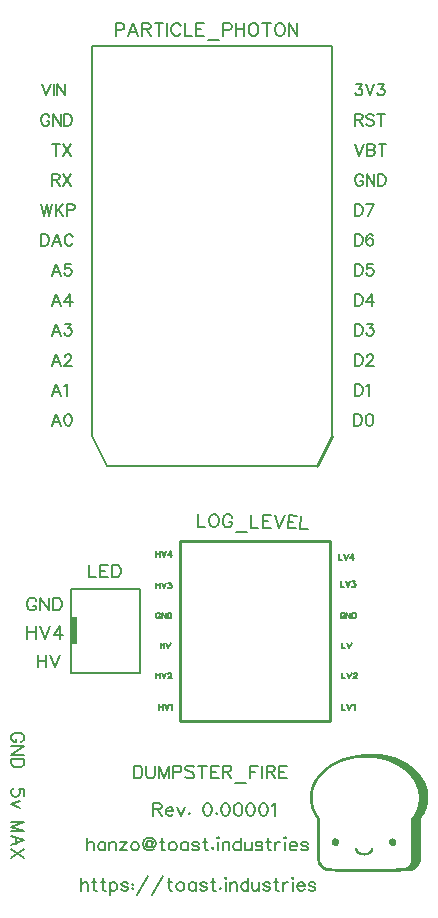
<source format=gto>
G04 Layer: TopSilkLayer*
G04 EasyEDA v6.3.53, 2020-06-18T19:39:47--4:00*
G04 e7e3e9cc35ab4c03949e4311758ff5c7,7c2c677999ea4ec384e77b3a21fa14ba,10*
G04 Gerber Generator version 0.2*
G04 Scale: 100 percent, Rotated: No, Reflected: No *
G04 Dimensions in millimeters *
G04 leading zeros omitted , absolute positions ,3 integer and 3 decimal *
%FSLAX33Y33*%
%MOMM*%
G90*
G71D02*

%ADD10C,0.254000*%
%ADD16C,0.127000*%
%ADD17C,0.203200*%
%ADD18C,0.151994*%
%ADD19C,0.152400*%
%ADD20C,0.144780*%

%LPD*%

%LPD*%
G36*
G01X32696Y14359D02*
G01X32583Y14359D01*
G01X32529Y14358D01*
G01X32478Y14356D01*
G01X32430Y14354D01*
G01X32385Y14351D01*
G01X32334Y14346D01*
G01X32280Y14341D01*
G01X32224Y14335D01*
G01X32166Y14329D01*
G01X32105Y14321D01*
G01X32042Y14313D01*
G01X31978Y14305D01*
G01X31913Y14296D01*
G01X31846Y14286D01*
G01X31708Y14266D01*
G01X31569Y14243D01*
G01X31499Y14232D01*
G01X31359Y14207D01*
G01X31289Y14195D01*
G01X31221Y14182D01*
G01X31153Y14170D01*
G01X31086Y14156D01*
G01X31020Y14144D01*
G01X30956Y14131D01*
G01X30894Y14118D01*
G01X30833Y14105D01*
G01X30775Y14092D01*
G01X30718Y14079D01*
G01X30665Y14067D01*
G01X30614Y14054D01*
G01X30566Y14042D01*
G01X30522Y14030D01*
G01X30481Y14018D01*
G01X30443Y14007D01*
G01X30380Y13987D01*
G01X30317Y13966D01*
G01X30254Y13944D01*
G01X30192Y13922D01*
G01X30131Y13898D01*
G01X30069Y13875D01*
G01X30008Y13850D01*
G01X29888Y13798D01*
G01X29828Y13771D01*
G01X29769Y13744D01*
G01X29711Y13716D01*
G01X29653Y13687D01*
G01X29596Y13658D01*
G01X29539Y13627D01*
G01X29482Y13597D01*
G01X29317Y13501D01*
G01X29263Y13467D01*
G01X29157Y13399D01*
G01X29105Y13364D01*
G01X29003Y13292D01*
G01X28952Y13255D01*
G01X28854Y13181D01*
G01X28758Y13103D01*
G01X28712Y13064D01*
G01X28666Y13024D01*
G01X28621Y12984D01*
G01X28576Y12943D01*
G01X28532Y12902D01*
G01X28489Y12860D01*
G01X28447Y12818D01*
G01X28405Y12775D01*
G01X28365Y12733D01*
G01X28325Y12689D01*
G01X28247Y12601D01*
G01X28210Y12556D01*
G01X28138Y12466D01*
G01X28103Y12420D01*
G01X28069Y12374D01*
G01X28036Y12327D01*
G01X28004Y12280D01*
G01X27973Y12233D01*
G01X27942Y12185D01*
G01X27913Y12138D01*
G01X27884Y12090D01*
G01X27856Y12041D01*
G01X27830Y11992D01*
G01X27804Y11944D01*
G01X27779Y11894D01*
G01X27756Y11845D01*
G01X27733Y11795D01*
G01X27711Y11745D01*
G01X27691Y11695D01*
G01X27671Y11644D01*
G01X27652Y11594D01*
G01X27635Y11543D01*
G01X27617Y11487D01*
G01X27600Y11434D01*
G01X27585Y11382D01*
G01X27573Y11332D01*
G01X27561Y11283D01*
G01X27551Y11234D01*
G01X27542Y11185D01*
G01X27535Y11134D01*
G01X27529Y11082D01*
G01X27524Y11027D01*
G01X27520Y10969D01*
G01X27517Y10907D01*
G01X27515Y10842D01*
G01X27513Y10771D01*
G01X27513Y10612D01*
G01X27514Y10535D01*
G01X27516Y10460D01*
G01X27519Y10388D01*
G01X27523Y10318D01*
G01X27529Y10250D01*
G01X27535Y10183D01*
G01X27543Y10119D01*
G01X27552Y10056D01*
G01X27563Y9994D01*
G01X27575Y9934D01*
G01X27589Y9875D01*
G01X27604Y9816D01*
G01X27621Y9757D01*
G01X27639Y9699D01*
G01X27660Y9642D01*
G01X27681Y9584D01*
G01X27705Y9527D01*
G01X27731Y9468D01*
G01X27759Y9410D01*
G01X27788Y9350D01*
G01X27820Y9290D01*
G01X27853Y9229D01*
G01X27889Y9166D01*
G01X27926Y9102D01*
G01X28104Y8808D01*
G01X28104Y6880D01*
G01X28105Y6784D01*
G01X28105Y6691D01*
G01X28106Y6600D01*
G01X28106Y6511D01*
G01X28107Y6425D01*
G01X28108Y6340D01*
G01X28109Y6259D01*
G01X28110Y6179D01*
G01X28111Y6102D01*
G01X28112Y6028D01*
G01X28114Y5956D01*
G01X28115Y5887D01*
G01X28117Y5821D01*
G01X28119Y5757D01*
G01X28121Y5696D01*
G01X28122Y5638D01*
G01X28124Y5583D01*
G01X28127Y5531D01*
G01X28129Y5481D01*
G01X28132Y5435D01*
G01X28134Y5392D01*
G01X28136Y5352D01*
G01X28139Y5316D01*
G01X28142Y5282D01*
G01X28144Y5252D01*
G01X28147Y5225D01*
G01X28150Y5201D01*
G01X28153Y5181D01*
G01X28156Y5164D01*
G01X28159Y5151D01*
G01X28175Y5107D01*
G01X28197Y5058D01*
G01X28226Y5004D01*
G01X28260Y4948D01*
G01X28297Y4891D01*
G01X28338Y4835D01*
G01X28380Y4782D01*
G01X28424Y4734D01*
G01X28439Y4717D01*
G01X28469Y4685D01*
G01X28497Y4655D01*
G01X28525Y4627D01*
G01X28553Y4601D01*
G01X28581Y4577D01*
G01X28611Y4554D01*
G01X28642Y4533D01*
G01X28659Y4523D01*
G01X28677Y4514D01*
G01X28695Y4504D01*
G01X28714Y4496D01*
G01X28735Y4487D01*
G01X28756Y4479D01*
G01X28778Y4471D01*
G01X28802Y4464D01*
G01X28827Y4457D01*
G01X28853Y4450D01*
G01X28881Y4443D01*
G01X28911Y4437D01*
G01X28942Y4432D01*
G01X28975Y4426D01*
G01X29010Y4421D01*
G01X29046Y4416D01*
G01X29085Y4411D01*
G01X29126Y4407D01*
G01X29169Y4403D01*
G01X29214Y4399D01*
G01X29261Y4395D01*
G01X29311Y4392D01*
G01X29363Y4389D01*
G01X29418Y4386D01*
G01X29476Y4383D01*
G01X29536Y4380D01*
G01X29599Y4378D01*
G01X29665Y4375D01*
G01X29734Y4373D01*
G01X29806Y4372D01*
G01X29881Y4370D01*
G01X29960Y4368D01*
G01X30041Y4367D01*
G01X30126Y4366D01*
G01X30215Y4365D01*
G01X30307Y4364D01*
G01X30403Y4363D01*
G01X30502Y4362D01*
G01X30606Y4362D01*
G01X30713Y4361D01*
G01X30824Y4361D01*
G01X30940Y4360D01*
G01X31183Y4360D01*
G01X31311Y4359D01*
G01X32964Y4359D01*
G01X33075Y4360D01*
G01X33395Y4360D01*
G01X33498Y4361D01*
G01X33698Y4361D01*
G01X33795Y4362D01*
G01X33889Y4362D01*
G01X33982Y4363D01*
G01X34073Y4363D01*
G01X34161Y4364D01*
G01X34248Y4364D01*
G01X34333Y4365D01*
G01X34415Y4365D01*
G01X34496Y4366D01*
G01X34574Y4367D01*
G01X34651Y4367D01*
G01X34726Y4368D01*
G01X34799Y4369D01*
G01X34869Y4370D01*
G01X34938Y4371D01*
G01X35004Y4372D01*
G01X35069Y4373D01*
G01X35131Y4374D01*
G01X35192Y4375D01*
G01X35251Y4376D01*
G01X35307Y4377D01*
G01X35362Y4378D01*
G01X35414Y4379D01*
G01X35465Y4380D01*
G01X35514Y4382D01*
G01X35561Y4383D01*
G01X35605Y4385D01*
G01X35647Y4386D01*
G01X35688Y4387D01*
G01X35727Y4389D01*
G01X35764Y4390D01*
G01X35798Y4392D01*
G01X35831Y4393D01*
G01X35862Y4395D01*
G01X35890Y4396D01*
G01X35917Y4398D01*
G01X35942Y4399D01*
G01X35965Y4401D01*
G01X35986Y4403D01*
G01X36005Y4405D01*
G01X36021Y4406D01*
G01X36036Y4408D01*
G01X36049Y4410D01*
G01X36060Y4412D01*
G01X36069Y4414D01*
G01X36125Y4430D01*
G01X36181Y4450D01*
G01X36237Y4473D01*
G01X36291Y4500D01*
G01X36343Y4530D01*
G01X36395Y4563D01*
G01X36445Y4599D01*
G01X36493Y4639D01*
G01X36540Y4681D01*
G01X36585Y4725D01*
G01X36627Y4772D01*
G01X36667Y4821D01*
G01X36705Y4873D01*
G01X36740Y4927D01*
G01X36772Y4982D01*
G01X36801Y5039D01*
G01X36812Y5062D01*
G01X36822Y5085D01*
G01X36832Y5106D01*
G01X36841Y5127D01*
G01X36849Y5149D01*
G01X36856Y5170D01*
G01X36864Y5193D01*
G01X36871Y5217D01*
G01X36877Y5242D01*
G01X36882Y5269D01*
G01X36887Y5298D01*
G01X36892Y5330D01*
G01X36897Y5365D01*
G01X36900Y5404D01*
G01X36904Y5445D01*
G01X36907Y5491D01*
G01X36910Y5542D01*
G01X36912Y5597D01*
G01X36914Y5658D01*
G01X36916Y5724D01*
G01X36917Y5795D01*
G01X36918Y5874D01*
G01X36919Y5958D01*
G01X36920Y6050D01*
G01X36921Y6148D01*
G01X36922Y6255D01*
G01X36922Y6625D01*
G01X36923Y6766D01*
G01X36923Y8858D01*
G01X37100Y9153D01*
G01X37138Y9217D01*
G01X37173Y9279D01*
G01X37206Y9340D01*
G01X37238Y9400D01*
G01X37267Y9458D01*
G01X37294Y9517D01*
G01X37320Y9575D01*
G01X37344Y9633D01*
G01X37365Y9690D01*
G01X37386Y9748D01*
G01X37404Y9806D01*
G01X37421Y9864D01*
G01X37436Y9923D01*
G01X37450Y9983D01*
G01X37462Y10044D01*
G01X37473Y10106D01*
G01X37482Y10169D01*
G01X37490Y10233D01*
G01X37497Y10300D01*
G01X37502Y10368D01*
G01X37507Y10438D01*
G01X37510Y10511D01*
G01X37512Y10586D01*
G01X37513Y10663D01*
G01X37513Y10763D01*
G01X37512Y10855D01*
G01X37509Y10940D01*
G01X37506Y11019D01*
G01X37501Y11091D01*
G01X37494Y11159D01*
G01X37486Y11222D01*
G01X37477Y11282D01*
G01X37465Y11339D01*
G01X37452Y11393D01*
G01X37437Y11446D01*
G01X37420Y11499D01*
G01X37400Y11554D01*
G01X37358Y11664D01*
G01X37335Y11719D01*
G01X37312Y11772D01*
G01X37288Y11826D01*
G01X37237Y11932D01*
G01X37211Y11984D01*
G01X37155Y12088D01*
G01X37126Y12139D01*
G01X37096Y12189D01*
G01X37065Y12239D01*
G01X37033Y12289D01*
G01X37001Y12338D01*
G01X36968Y12387D01*
G01X36900Y12483D01*
G01X36864Y12530D01*
G01X36828Y12578D01*
G01X36791Y12624D01*
G01X36753Y12670D01*
G01X36715Y12715D01*
G01X36676Y12760D01*
G01X36635Y12804D01*
G01X36595Y12848D01*
G01X36554Y12891D01*
G01X36469Y12976D01*
G01X36425Y13018D01*
G01X36381Y13059D01*
G01X36291Y13139D01*
G01X36245Y13179D01*
G01X36198Y13218D01*
G01X36150Y13256D01*
G01X36103Y13294D01*
G01X36054Y13331D01*
G01X36004Y13368D01*
G01X35954Y13404D01*
G01X35852Y13474D01*
G01X35748Y13542D01*
G01X35695Y13575D01*
G01X35587Y13639D01*
G01X35477Y13701D01*
G01X35421Y13731D01*
G01X35307Y13789D01*
G01X35250Y13817D01*
G01X35191Y13844D01*
G01X35133Y13870D01*
G01X35073Y13896D01*
G01X35014Y13921D01*
G01X34953Y13946D01*
G01X34893Y13970D01*
G01X34832Y13993D01*
G01X34708Y14037D01*
G01X34582Y14079D01*
G01X34519Y14099D01*
G01X34454Y14117D01*
G01X34390Y14136D01*
G01X34260Y14170D01*
G01X34193Y14186D01*
G01X34127Y14201D01*
G01X33993Y14229D01*
G01X33926Y14242D01*
G01X33858Y14254D01*
G01X33799Y14264D01*
G01X33738Y14274D01*
G01X33675Y14283D01*
G01X33611Y14292D01*
G01X33546Y14300D01*
G01X33480Y14308D01*
G01X33346Y14322D01*
G01X33211Y14334D01*
G01X33144Y14339D01*
G01X33077Y14343D01*
G01X32945Y14351D01*
G01X32881Y14354D01*
G01X32818Y14356D01*
G01X32756Y14358D01*
G01X32696Y14359D01*
G37*

%LPC*%
G36*
G01X32165Y14016D02*
G01X32094Y14016D01*
G01X32023Y14015D01*
G01X31953Y14013D01*
G01X31884Y14011D01*
G01X31816Y14009D01*
G01X31748Y14005D01*
G01X31682Y14001D01*
G01X31617Y13996D01*
G01X31554Y13990D01*
G01X31492Y13984D01*
G01X31431Y13977D01*
G01X31372Y13970D01*
G01X31315Y13961D01*
G01X31260Y13952D01*
G01X31192Y13941D01*
G01X31124Y13927D01*
G01X31057Y13914D01*
G01X30991Y13900D01*
G01X30925Y13885D01*
G01X30793Y13853D01*
G01X30729Y13836D01*
G01X30601Y13800D01*
G01X30538Y13781D01*
G01X30475Y13761D01*
G01X30413Y13740D01*
G01X30351Y13720D01*
G01X30290Y13698D01*
G01X30230Y13675D01*
G01X30169Y13653D01*
G01X30051Y13605D01*
G01X29992Y13580D01*
G01X29934Y13554D01*
G01X29877Y13528D01*
G01X29821Y13502D01*
G01X29764Y13474D01*
G01X29654Y13418D01*
G01X29600Y13388D01*
G01X29546Y13359D01*
G01X29492Y13328D01*
G01X29440Y13298D01*
G01X29388Y13266D01*
G01X29337Y13234D01*
G01X29287Y13202D01*
G01X29237Y13169D01*
G01X29139Y13101D01*
G01X29091Y13066D01*
G01X29044Y13031D01*
G01X28952Y12959D01*
G01X28907Y12923D01*
G01X28862Y12885D01*
G01X28776Y12809D01*
G01X28692Y12731D01*
G01X28651Y12691D01*
G01X28611Y12651D01*
G01X28572Y12610D01*
G01X28534Y12569D01*
G01X28496Y12527D01*
G01X28459Y12485D01*
G01X28423Y12442D01*
G01X28353Y12356D01*
G01X28319Y12312D01*
G01X28286Y12268D01*
G01X28254Y12223D01*
G01X28223Y12178D01*
G01X28193Y12132D01*
G01X28135Y12040D01*
G01X28107Y11993D01*
G01X28080Y11946D01*
G01X28028Y11850D01*
G01X28004Y11802D01*
G01X27958Y11704D01*
G01X27936Y11654D01*
G01X27896Y11554D01*
G01X27877Y11504D01*
G01X27859Y11453D01*
G01X27842Y11402D01*
G01X27826Y11350D01*
G01X27813Y11304D01*
G01X27801Y11254D01*
G01X27790Y11200D01*
G01X27780Y11145D01*
G01X27772Y11087D01*
G01X27765Y11027D01*
G01X27759Y10965D01*
G01X27754Y10901D01*
G01X27746Y10771D01*
G01X27745Y10704D01*
G01X27744Y10638D01*
G01X27745Y10571D01*
G01X27746Y10505D01*
G01X27750Y10439D01*
G01X27754Y10374D01*
G01X27759Y10311D01*
G01X27765Y10248D01*
G01X27772Y10188D01*
G01X27780Y10131D01*
G01X27790Y10075D01*
G01X27801Y10022D01*
G01X27813Y9972D01*
G01X27826Y9925D01*
G01X27844Y9866D01*
G01X27865Y9806D01*
G01X27888Y9744D01*
G01X27913Y9680D01*
G01X27939Y9617D01*
G01X27967Y9553D01*
G01X27996Y9490D01*
G01X28025Y9428D01*
G01X28056Y9367D01*
G01X28086Y9309D01*
G01X28117Y9252D01*
G01X28148Y9198D01*
G01X28178Y9148D01*
G01X28208Y9102D01*
G01X28237Y9060D01*
G01X28265Y9023D01*
G01X28281Y9001D01*
G01X28288Y8990D01*
G01X28295Y8977D01*
G01X28302Y8963D01*
G01X28307Y8948D01*
G01X28313Y8931D01*
G01X28318Y8911D01*
G01X28323Y8890D01*
G01X28327Y8865D01*
G01X28331Y8838D01*
G01X28335Y8807D01*
G01X28339Y8773D01*
G01X28342Y8736D01*
G01X28344Y8693D01*
G01X28347Y8647D01*
G01X28349Y8596D01*
G01X28351Y8540D01*
G01X28353Y8479D01*
G01X28355Y8412D01*
G01X28356Y8340D01*
G01X28357Y8261D01*
G01X28358Y8176D01*
G01X28359Y8085D01*
G01X28360Y7986D01*
G01X28360Y7881D01*
G01X28361Y7767D01*
G01X28361Y7380D01*
G01X28362Y7233D01*
G01X28362Y5254D01*
G01X28490Y5039D01*
G01X28523Y4987D01*
G01X28560Y4939D01*
G01X28599Y4894D01*
G01X28642Y4851D01*
G01X28687Y4813D01*
G01X28736Y4778D01*
G01X28787Y4747D01*
G01X28841Y4718D01*
G01X28854Y4712D01*
G01X28878Y4702D01*
G01X28890Y4696D01*
G01X28903Y4691D01*
G01X28929Y4682D01*
G01X28943Y4677D01*
G01X28973Y4669D01*
G01X29007Y4661D01*
G01X29026Y4658D01*
G01X29046Y4654D01*
G01X29068Y4651D01*
G01X29092Y4648D01*
G01X29117Y4646D01*
G01X29144Y4643D01*
G01X29174Y4640D01*
G01X29205Y4638D01*
G01X29240Y4636D01*
G01X29277Y4633D01*
G01X29316Y4631D01*
G01X29358Y4629D01*
G01X29403Y4628D01*
G01X29451Y4626D01*
G01X29502Y4625D01*
G01X29556Y4623D01*
G01X29614Y4622D01*
G01X29676Y4621D01*
G01X29741Y4620D01*
G01X29810Y4619D01*
G01X29884Y4618D01*
G01X29961Y4617D01*
G01X30043Y4616D01*
G01X30128Y4616D01*
G01X30219Y4615D01*
G01X30314Y4615D01*
G01X30414Y4614D01*
G01X30630Y4614D01*
G01X30745Y4613D01*
G01X31262Y4613D01*
G01X31406Y4612D01*
G01X32455Y4612D01*
G01X32571Y4613D01*
G01X33011Y4613D01*
G01X33116Y4614D01*
G01X33318Y4614D01*
G01X33416Y4615D01*
G01X33512Y4615D01*
G01X33605Y4616D01*
G01X33697Y4616D01*
G01X33786Y4617D01*
G01X33872Y4617D01*
G01X33957Y4618D01*
G01X34039Y4619D01*
G01X34119Y4619D01*
G01X34197Y4620D01*
G01X34273Y4621D01*
G01X34346Y4622D01*
G01X34418Y4623D01*
G01X34487Y4624D01*
G01X34553Y4625D01*
G01X34618Y4626D01*
G01X34680Y4627D01*
G01X34740Y4628D01*
G01X34798Y4629D01*
G01X34853Y4630D01*
G01X34907Y4631D01*
G01X34958Y4632D01*
G01X35007Y4634D01*
G01X35054Y4636D01*
G01X35098Y4637D01*
G01X35140Y4638D01*
G01X35181Y4640D01*
G01X35219Y4641D01*
G01X35254Y4643D01*
G01X35287Y4644D01*
G01X35319Y4646D01*
G01X35348Y4647D01*
G01X35374Y4649D01*
G01X35398Y4651D01*
G01X35421Y4653D01*
G01X35441Y4654D01*
G01X35459Y4656D01*
G01X35474Y4658D01*
G01X35488Y4660D01*
G01X35499Y4662D01*
G01X35508Y4664D01*
G01X35514Y4666D01*
G01X35565Y4687D01*
G01X35615Y4714D01*
G01X35666Y4746D01*
G01X35716Y4782D01*
G01X35765Y4821D01*
G01X35812Y4864D01*
G01X35858Y4909D01*
G01X35900Y4957D01*
G01X35938Y5006D01*
G01X35973Y5056D01*
G01X36003Y5105D01*
G01X36027Y5155D01*
G01X36032Y5168D01*
G01X36037Y5183D01*
G01X36042Y5199D01*
G01X36046Y5218D01*
G01X36050Y5239D01*
G01X36054Y5262D01*
G01X36058Y5288D01*
G01X36062Y5316D01*
G01X36065Y5347D01*
G01X36069Y5381D01*
G01X36071Y5417D01*
G01X36074Y5457D01*
G01X36077Y5500D01*
G01X36079Y5546D01*
G01X36081Y5596D01*
G01X36084Y5650D01*
G01X36085Y5707D01*
G01X36087Y5768D01*
G01X36089Y5833D01*
G01X36090Y5902D01*
G01X36092Y5976D01*
G01X36093Y6053D01*
G01X36094Y6135D01*
G01X36095Y6222D01*
G01X36095Y6313D01*
G01X36096Y6410D01*
G01X36097Y6512D01*
G01X36097Y6729D01*
G01X36098Y6847D01*
G01X36098Y8877D01*
G01X36283Y9176D01*
G01X36314Y9228D01*
G01X36345Y9281D01*
G01X36375Y9335D01*
G01X36403Y9387D01*
G01X36430Y9441D01*
G01X36456Y9495D01*
G01X36480Y9548D01*
G01X36503Y9602D01*
G01X36525Y9657D01*
G01X36547Y9711D01*
G01X36566Y9765D01*
G01X36585Y9820D01*
G01X36601Y9875D01*
G01X36618Y9929D01*
G01X36646Y10039D01*
G01X36670Y10149D01*
G01X36680Y10205D01*
G01X36689Y10260D01*
G01X36703Y10370D01*
G01X36708Y10425D01*
G01X36712Y10481D01*
G01X36715Y10536D01*
G01X36717Y10646D01*
G01X36716Y10702D01*
G01X36714Y10756D01*
G01X36711Y10811D01*
G01X36707Y10867D01*
G01X36701Y10921D01*
G01X36694Y10976D01*
G01X36686Y11031D01*
G01X36677Y11085D01*
G01X36667Y11139D01*
G01X36655Y11194D01*
G01X36643Y11248D01*
G01X36629Y11302D01*
G01X36614Y11355D01*
G01X36598Y11409D01*
G01X36581Y11463D01*
G01X36562Y11515D01*
G01X36542Y11569D01*
G01X36521Y11621D01*
G01X36499Y11674D01*
G01X36476Y11726D01*
G01X36452Y11778D01*
G01X36426Y11829D01*
G01X36400Y11881D01*
G01X36372Y11932D01*
G01X36343Y11983D01*
G01X36312Y12034D01*
G01X36281Y12083D01*
G01X36215Y12183D01*
G01X36180Y12232D01*
G01X36144Y12281D01*
G01X36107Y12329D01*
G01X36069Y12377D01*
G01X36029Y12425D01*
G01X35989Y12472D01*
G01X35947Y12519D01*
G01X35904Y12565D01*
G01X35862Y12609D01*
G01X35778Y12693D01*
G01X35735Y12735D01*
G01X35692Y12776D01*
G01X35648Y12816D01*
G01X35605Y12855D01*
G01X35561Y12894D01*
G01X35516Y12932D01*
G01X35471Y12969D01*
G01X35425Y13006D01*
G01X35379Y13042D01*
G01X35332Y13077D01*
G01X35286Y13111D01*
G01X35238Y13146D01*
G01X35191Y13179D01*
G01X35142Y13212D01*
G01X35094Y13244D01*
G01X35044Y13275D01*
G01X34995Y13306D01*
G01X34944Y13336D01*
G01X34894Y13365D01*
G01X34842Y13393D01*
G01X34790Y13422D01*
G01X34738Y13449D01*
G01X34632Y13503D01*
G01X34523Y13553D01*
G01X34468Y13578D01*
G01X34412Y13602D01*
G01X34356Y13625D01*
G01X34299Y13648D01*
G01X34183Y13692D01*
G01X34124Y13713D01*
G01X34064Y13734D01*
G01X34004Y13754D01*
G01X33882Y13792D01*
G01X33820Y13810D01*
G01X33757Y13828D01*
G01X33693Y13846D01*
G01X33629Y13862D01*
G01X33575Y13876D01*
G01X33519Y13888D01*
G01X33462Y13900D01*
G01X33403Y13912D01*
G01X33342Y13922D01*
G01X33279Y13933D01*
G01X33215Y13943D01*
G01X33150Y13952D01*
G01X33084Y13960D01*
G01X32948Y13976D01*
G01X32879Y13982D01*
G01X32809Y13988D01*
G01X32738Y13994D01*
G01X32667Y13999D01*
G01X32524Y14007D01*
G01X32452Y14010D01*
G01X32308Y14014D01*
G01X32236Y14015D01*
G01X32165Y14016D01*
G37*

%LPD*%
G36*
G01X34557Y7184D02*
G01X34508Y7190D01*
G01X34460Y7187D01*
G01X34410Y7173D01*
G01X34359Y7150D01*
G01X34304Y7116D01*
G01X34264Y7082D01*
G01X34232Y7043D01*
G01X34208Y7001D01*
G01X34192Y6955D01*
G01X34184Y6908D01*
G01X34184Y6860D01*
G01X34190Y6811D01*
G01X34204Y6764D01*
G01X34223Y6718D01*
G01X34248Y6676D01*
G01X34280Y6638D01*
G01X34316Y6604D01*
G01X34358Y6576D01*
G01X34404Y6554D01*
G01X34454Y6541D01*
G01X34508Y6536D01*
G01X34560Y6541D01*
G01X34608Y6553D01*
G01X34651Y6574D01*
G01X34691Y6600D01*
G01X34725Y6632D01*
G01X34755Y6669D01*
G01X34779Y6710D01*
G01X34798Y6753D01*
G01X34810Y6799D01*
G01X34817Y6846D01*
G01X34816Y6893D01*
G01X34809Y6940D01*
G01X34795Y6985D01*
G01X34774Y7028D01*
G01X34744Y7067D01*
G01X34706Y7103D01*
G01X34655Y7140D01*
G01X34605Y7167D01*
G01X34557Y7184D01*
G37*

%LPD*%
G36*
G01X29708Y7184D02*
G01X29660Y7190D01*
G01X29612Y7187D01*
G01X29562Y7173D01*
G01X29511Y7150D01*
G01X29456Y7116D01*
G01X29415Y7082D01*
G01X29383Y7043D01*
G01X29360Y7001D01*
G01X29344Y6955D01*
G01X29336Y6908D01*
G01X29335Y6860D01*
G01X29342Y6811D01*
G01X29355Y6764D01*
G01X29375Y6718D01*
G01X29401Y6676D01*
G01X29431Y6638D01*
G01X29468Y6604D01*
G01X29509Y6576D01*
G01X29555Y6554D01*
G01X29606Y6541D01*
G01X29660Y6536D01*
G01X29711Y6541D01*
G01X29759Y6553D01*
G01X29803Y6574D01*
G01X29842Y6600D01*
G01X29877Y6632D01*
G01X29906Y6669D01*
G01X29931Y6710D01*
G01X29949Y6753D01*
G01X29962Y6799D01*
G01X29968Y6846D01*
G01X29968Y6893D01*
G01X29961Y6940D01*
G01X29947Y6985D01*
G01X29925Y7028D01*
G01X29895Y7067D01*
G01X29858Y7103D01*
G01X29806Y7140D01*
G01X29757Y7167D01*
G01X29708Y7184D01*
G37*

%LPD*%
G36*
G01X32801Y6379D02*
G01X32763Y6385D01*
G01X32730Y6373D01*
G01X32695Y6341D01*
G01X32662Y6294D01*
G01X32636Y6237D01*
G01X32616Y6190D01*
G01X32589Y6147D01*
G01X32558Y6108D01*
G01X32521Y6073D01*
G01X32480Y6042D01*
G01X32435Y6014D01*
G01X32388Y5991D01*
G01X32337Y5972D01*
G01X32284Y5957D01*
G01X32229Y5945D01*
G01X32173Y5938D01*
G01X32117Y5935D01*
G01X32060Y5935D01*
G01X32004Y5941D01*
G01X31949Y5950D01*
G01X31895Y5962D01*
G01X31843Y5980D01*
G01X31794Y6001D01*
G01X31747Y6026D01*
G01X31704Y6055D01*
G01X31666Y6089D01*
G01X31631Y6126D01*
G01X31602Y6168D01*
G01X31579Y6214D01*
G01X31548Y6274D01*
G01X31514Y6322D01*
G01X31477Y6356D01*
G01X31441Y6377D01*
G01X31405Y6383D01*
G01X31372Y6374D01*
G01X31343Y6350D01*
G01X31320Y6309D01*
G01X31314Y6277D01*
G01X31316Y6240D01*
G01X31326Y6199D01*
G01X31344Y6154D01*
G01X31369Y6108D01*
G01X31399Y6060D01*
G01X31435Y6014D01*
G01X31474Y5968D01*
G01X31518Y5925D01*
G01X31564Y5885D01*
G01X31612Y5850D01*
G01X31662Y5821D01*
G01X31707Y5799D01*
G01X31757Y5780D01*
G01X31809Y5764D01*
G01X31864Y5752D01*
G01X31921Y5741D01*
G01X31980Y5734D01*
G01X32040Y5730D01*
G01X32100Y5728D01*
G01X32160Y5730D01*
G01X32220Y5734D01*
G01X32279Y5741D01*
G01X32336Y5751D01*
G01X32392Y5763D01*
G01X32444Y5779D01*
G01X32494Y5798D01*
G01X32540Y5819D01*
G01X32591Y5850D01*
G01X32640Y5885D01*
G01X32685Y5925D01*
G01X32725Y5969D01*
G01X32762Y6015D01*
G01X32794Y6062D01*
G01X32820Y6110D01*
G01X32842Y6156D01*
G01X32857Y6202D01*
G01X32866Y6244D01*
G01X32868Y6282D01*
G01X32863Y6316D01*
G01X32850Y6345D01*
G01X32830Y6366D01*
G01X32801Y6379D01*
G37*

%LPD*%
G54D10*
G01X29210Y32385D02*
G01X29210Y17145D01*
G01X16510Y17145D01*
G01X16510Y32385D01*
G01X29210Y32385D01*
G54D16*
G01X7239Y28321D02*
G01X7239Y21209D01*
G01X13081Y21209D01*
G01X13081Y28321D01*
G01X7239Y28321D01*
G54D17*
G01X28067Y38735D02*
G01X10287Y38735D01*
G01X9017Y41275D01*
G01X9017Y74295D01*
G01X29337Y74295D01*
G01X29337Y41275D01*
G54D10*
G01X29337Y41275D02*
G01X28067Y38735D01*
G54D18*
G01X3053Y15349D02*
G01X3157Y15402D01*
G01X3261Y15506D01*
G01X3312Y15608D01*
G01X3312Y15816D01*
G01X3261Y15920D01*
G01X3157Y16024D01*
G01X3053Y16078D01*
G01X2895Y16129D01*
G01X2636Y16129D01*
G01X2481Y16078D01*
G01X2377Y16024D01*
G01X2273Y15920D01*
G01X2222Y15816D01*
G01X2222Y15608D01*
G01X2273Y15506D01*
G01X2377Y15402D01*
G01X2481Y15349D01*
G01X2636Y15349D01*
G01X2636Y15608D02*
G01X2636Y15349D01*
G01X3312Y15006D02*
G01X2222Y15006D01*
G01X3312Y15006D02*
G01X2222Y14279D01*
G01X3312Y14279D02*
G01X2222Y14279D01*
G01X3312Y13936D02*
G01X2222Y13936D01*
G01X3312Y13936D02*
G01X3312Y13573D01*
G01X3261Y13416D01*
G01X3157Y13312D01*
G01X3053Y13261D01*
G01X2895Y13208D01*
G01X2636Y13208D01*
G01X2481Y13261D01*
G01X2377Y13312D01*
G01X2273Y13416D01*
G01X2222Y13573D01*
G01X2222Y13936D01*
G01X3312Y10807D02*
G01X3312Y11325D01*
G01X2844Y11379D01*
G01X2895Y11325D01*
G01X2948Y11170D01*
G01X2948Y11013D01*
G01X2895Y10858D01*
G01X2794Y10754D01*
G01X2636Y10703D01*
G01X2532Y10703D01*
G01X2377Y10754D01*
G01X2273Y10858D01*
G01X2222Y11013D01*
G01X2222Y11170D01*
G01X2273Y11325D01*
G01X2324Y11379D01*
G01X2428Y11430D01*
G01X2948Y10360D02*
G01X2222Y10048D01*
G01X2948Y9735D02*
G01X2222Y10048D01*
G01X3312Y8592D02*
G01X2222Y8592D01*
G01X3312Y8592D02*
G01X2222Y8178D01*
G01X3312Y7762D02*
G01X2222Y8178D01*
G01X3312Y7762D02*
G01X2222Y7762D01*
G01X3312Y7002D02*
G01X2222Y7419D01*
G01X3312Y7002D02*
G01X2222Y6588D01*
G01X2585Y7264D02*
G01X2585Y6743D01*
G01X3312Y6245D02*
G01X2222Y5516D01*
G01X3312Y5516D02*
G01X2222Y6245D01*
G01X12573Y13345D02*
G01X12573Y12255D01*
G01X12573Y13345D02*
G01X12936Y13345D01*
G01X13093Y13294D01*
G01X13195Y13190D01*
G01X13248Y13086D01*
G01X13299Y12928D01*
G01X13299Y12669D01*
G01X13248Y12514D01*
G01X13195Y12410D01*
G01X13093Y12306D01*
G01X12936Y12255D01*
G01X12573Y12255D01*
G01X13642Y13345D02*
G01X13642Y12565D01*
G01X13695Y12410D01*
G01X13799Y12306D01*
G01X13954Y12255D01*
G01X14058Y12255D01*
G01X14213Y12306D01*
G01X14317Y12410D01*
G01X14371Y12565D01*
G01X14371Y13345D01*
G01X14714Y13345D02*
G01X14714Y12255D01*
G01X14714Y13345D02*
G01X15128Y12255D01*
G01X15544Y13345D02*
G01X15128Y12255D01*
G01X15544Y13345D02*
G01X15544Y12255D01*
G01X15887Y13345D02*
G01X15887Y12255D01*
G01X15887Y13345D02*
G01X16355Y13345D01*
G01X16510Y13294D01*
G01X16563Y13241D01*
G01X16614Y13136D01*
G01X16614Y12981D01*
G01X16563Y12877D01*
G01X16510Y12827D01*
G01X16355Y12773D01*
G01X15887Y12773D01*
G01X17686Y13190D02*
G01X17581Y13294D01*
G01X17424Y13345D01*
G01X17218Y13345D01*
G01X17061Y13294D01*
G01X16957Y13190D01*
G01X16957Y13086D01*
G01X17010Y12981D01*
G01X17061Y12928D01*
G01X17165Y12877D01*
G01X17477Y12773D01*
G01X17581Y12722D01*
G01X17632Y12669D01*
G01X17686Y12565D01*
G01X17686Y12410D01*
G01X17581Y12306D01*
G01X17424Y12255D01*
G01X17218Y12255D01*
G01X17061Y12306D01*
G01X16957Y12410D01*
G01X18392Y13345D02*
G01X18392Y12255D01*
G01X18028Y13345D02*
G01X18755Y13345D01*
G01X19098Y13345D02*
G01X19098Y12255D01*
G01X19098Y13345D02*
G01X19773Y13345D01*
G01X19098Y12827D02*
G01X19514Y12827D01*
G01X19098Y12255D02*
G01X19773Y12255D01*
G01X20116Y13345D02*
G01X20116Y12255D01*
G01X20116Y13345D02*
G01X20584Y13345D01*
G01X20739Y13294D01*
G01X20792Y13241D01*
G01X20843Y13136D01*
G01X20843Y13032D01*
G01X20792Y12928D01*
G01X20739Y12877D01*
G01X20584Y12827D01*
G01X20116Y12827D01*
G01X20480Y12827D02*
G01X20843Y12255D01*
G01X21186Y11889D02*
G01X22123Y11889D01*
G01X22466Y13345D02*
G01X22466Y12255D01*
G01X22466Y13345D02*
G01X23139Y13345D01*
G01X22466Y12827D02*
G01X22880Y12827D01*
G01X23482Y13345D02*
G01X23482Y12255D01*
G01X23825Y13345D02*
G01X23825Y12255D01*
G01X23825Y13345D02*
G01X24295Y13345D01*
G01X24450Y13294D01*
G01X24500Y13241D01*
G01X24554Y13136D01*
G01X24554Y13032D01*
G01X24500Y12928D01*
G01X24450Y12877D01*
G01X24295Y12827D01*
G01X23825Y12827D01*
G01X24190Y12827D02*
G01X24554Y12255D01*
G01X24897Y13345D02*
G01X24897Y12255D01*
G01X24897Y13345D02*
G01X25572Y13345D01*
G01X24897Y12827D02*
G01X25311Y12827D01*
G01X24897Y12255D02*
G01X25572Y12255D01*
G01X14224Y10170D02*
G01X14224Y9080D01*
G01X14224Y10170D02*
G01X14691Y10170D01*
G01X14846Y10119D01*
G01X14899Y10066D01*
G01X14950Y9961D01*
G01X14950Y9857D01*
G01X14899Y9753D01*
G01X14846Y9702D01*
G01X14691Y9652D01*
G01X14224Y9652D01*
G01X14587Y9652D02*
G01X14950Y9080D01*
G01X15293Y9494D02*
G01X15918Y9494D01*
G01X15918Y9598D01*
G01X15864Y9702D01*
G01X15814Y9753D01*
G01X15709Y9806D01*
G01X15554Y9806D01*
G01X15450Y9753D01*
G01X15346Y9652D01*
G01X15293Y9494D01*
G01X15293Y9390D01*
G01X15346Y9235D01*
G01X15450Y9131D01*
G01X15554Y9080D01*
G01X15709Y9080D01*
G01X15814Y9131D01*
G01X15918Y9235D01*
G01X16261Y9806D02*
G01X16573Y9080D01*
G01X16883Y9806D02*
G01X16573Y9080D01*
G01X17279Y9339D02*
G01X17226Y9286D01*
G01X17279Y9235D01*
G01X17330Y9286D01*
G01X17279Y9339D01*
G01X18785Y10170D02*
G01X18630Y10119D01*
G01X18526Y9961D01*
G01X18473Y9702D01*
G01X18473Y9547D01*
G01X18526Y9286D01*
G01X18630Y9131D01*
G01X18785Y9080D01*
G01X18889Y9080D01*
G01X19044Y9131D01*
G01X19149Y9286D01*
G01X19202Y9547D01*
G01X19202Y9702D01*
G01X19149Y9961D01*
G01X19044Y10119D01*
G01X18889Y10170D01*
G01X18785Y10170D01*
G01X19596Y9339D02*
G01X19545Y9286D01*
G01X19596Y9235D01*
G01X19646Y9286D01*
G01X19596Y9339D01*
G01X20302Y10170D02*
G01X20147Y10119D01*
G01X20043Y9961D01*
G01X19989Y9702D01*
G01X19989Y9547D01*
G01X20043Y9286D01*
G01X20147Y9131D01*
G01X20302Y9080D01*
G01X20406Y9080D01*
G01X20561Y9131D01*
G01X20665Y9286D01*
G01X20718Y9547D01*
G01X20718Y9702D01*
G01X20665Y9961D01*
G01X20561Y10119D01*
G01X20406Y10170D01*
G01X20302Y10170D01*
G01X21374Y10170D02*
G01X21216Y10119D01*
G01X21112Y9961D01*
G01X21061Y9702D01*
G01X21061Y9547D01*
G01X21112Y9286D01*
G01X21216Y9131D01*
G01X21374Y9080D01*
G01X21475Y9080D01*
G01X21633Y9131D01*
G01X21737Y9286D01*
G01X21788Y9547D01*
G01X21788Y9702D01*
G01X21737Y9961D01*
G01X21633Y10119D01*
G01X21475Y10170D01*
G01X21374Y10170D01*
G01X22443Y10170D02*
G01X22288Y10119D01*
G01X22184Y9961D01*
G01X22131Y9702D01*
G01X22131Y9547D01*
G01X22184Y9286D01*
G01X22288Y9131D01*
G01X22443Y9080D01*
G01X22547Y9080D01*
G01X22702Y9131D01*
G01X22806Y9286D01*
G01X22860Y9547D01*
G01X22860Y9702D01*
G01X22806Y9961D01*
G01X22702Y10119D01*
G01X22547Y10170D01*
G01X22443Y10170D01*
G01X23512Y10170D02*
G01X23357Y10119D01*
G01X23253Y9961D01*
G01X23202Y9702D01*
G01X23202Y9547D01*
G01X23253Y9286D01*
G01X23357Y9131D01*
G01X23512Y9080D01*
G01X23616Y9080D01*
G01X23774Y9131D01*
G01X23876Y9286D01*
G01X23929Y9547D01*
G01X23929Y9702D01*
G01X23876Y9961D01*
G01X23774Y10119D01*
G01X23616Y10170D01*
G01X23512Y10170D01*
G01X24272Y9961D02*
G01X24376Y10015D01*
G01X24531Y10170D01*
G01X24531Y9080D01*
G01X8128Y3820D02*
G01X8128Y2730D01*
G01X8128Y3248D02*
G01X8282Y3403D01*
G01X8387Y3456D01*
G01X8544Y3456D01*
G01X8648Y3403D01*
G01X8699Y3248D01*
G01X8699Y2730D01*
G01X9197Y3820D02*
G01X9197Y2936D01*
G01X9250Y2781D01*
G01X9354Y2730D01*
G01X9458Y2730D01*
G01X9042Y3456D02*
G01X9405Y3456D01*
G01X9956Y3820D02*
G01X9956Y2936D01*
G01X10007Y2781D01*
G01X10111Y2730D01*
G01X10215Y2730D01*
G01X9801Y3456D02*
G01X10165Y3456D01*
G01X10558Y3456D02*
G01X10558Y2364D01*
G01X10558Y3302D02*
G01X10662Y3403D01*
G01X10767Y3456D01*
G01X10922Y3456D01*
G01X11026Y3403D01*
G01X11130Y3302D01*
G01X11183Y3144D01*
G01X11183Y3040D01*
G01X11130Y2885D01*
G01X11026Y2781D01*
G01X10922Y2730D01*
G01X10767Y2730D01*
G01X10662Y2781D01*
G01X10558Y2885D01*
G01X12098Y3302D02*
G01X12044Y3403D01*
G01X11889Y3456D01*
G01X11734Y3456D01*
G01X11577Y3403D01*
G01X11526Y3302D01*
G01X11577Y3197D01*
G01X11681Y3144D01*
G01X11940Y3093D01*
G01X12044Y3040D01*
G01X12098Y2936D01*
G01X12098Y2885D01*
G01X12044Y2781D01*
G01X11889Y2730D01*
G01X11734Y2730D01*
G01X11577Y2781D01*
G01X11526Y2885D01*
G01X12491Y3352D02*
G01X12440Y3302D01*
G01X12491Y3248D01*
G01X12545Y3302D01*
G01X12491Y3352D01*
G01X12491Y2989D02*
G01X12440Y2936D01*
G01X12491Y2885D01*
G01X12545Y2936D01*
G01X12491Y2989D01*
G01X13822Y4028D02*
G01X12887Y2364D01*
G01X15100Y4028D02*
G01X14165Y2364D01*
G01X15598Y3820D02*
G01X15598Y2936D01*
G01X15651Y2781D01*
G01X15755Y2730D01*
G01X15859Y2730D01*
G01X15443Y3456D02*
G01X15806Y3456D01*
G01X16461Y3456D02*
G01X16357Y3403D01*
G01X16253Y3302D01*
G01X16202Y3144D01*
G01X16202Y3040D01*
G01X16253Y2885D01*
G01X16357Y2781D01*
G01X16461Y2730D01*
G01X16616Y2730D01*
G01X16720Y2781D01*
G01X16824Y2885D01*
G01X16878Y3040D01*
G01X16878Y3144D01*
G01X16824Y3302D01*
G01X16720Y3403D01*
G01X16616Y3456D01*
G01X16461Y3456D01*
G01X17843Y3456D02*
G01X17843Y2730D01*
G01X17843Y3302D02*
G01X17739Y3403D01*
G01X17635Y3456D01*
G01X17480Y3456D01*
G01X17376Y3403D01*
G01X17272Y3302D01*
G01X17221Y3144D01*
G01X17221Y3040D01*
G01X17272Y2885D01*
G01X17376Y2781D01*
G01X17480Y2730D01*
G01X17635Y2730D01*
G01X17739Y2781D01*
G01X17843Y2885D01*
G01X18757Y3302D02*
G01X18707Y3403D01*
G01X18549Y3456D01*
G01X18394Y3456D01*
G01X18237Y3403D01*
G01X18186Y3302D01*
G01X18237Y3197D01*
G01X18341Y3144D01*
G01X18602Y3093D01*
G01X18707Y3040D01*
G01X18757Y2936D01*
G01X18757Y2885D01*
G01X18707Y2781D01*
G01X18549Y2730D01*
G01X18394Y2730D01*
G01X18237Y2781D01*
G01X18186Y2885D01*
G01X19255Y3820D02*
G01X19255Y2936D01*
G01X19309Y2781D01*
G01X19413Y2730D01*
G01X19517Y2730D01*
G01X19100Y3456D02*
G01X19464Y3456D01*
G01X19911Y2989D02*
G01X19860Y2936D01*
G01X19911Y2885D01*
G01X19964Y2936D01*
G01X19911Y2989D01*
G01X20307Y3820D02*
G01X20358Y3769D01*
G01X20408Y3820D01*
G01X20358Y3873D01*
G01X20307Y3820D01*
G01X20358Y3456D02*
G01X20358Y2730D01*
G01X20751Y3456D02*
G01X20751Y2730D01*
G01X20751Y3248D02*
G01X20909Y3403D01*
G01X21013Y3456D01*
G01X21168Y3456D01*
G01X21272Y3403D01*
G01X21323Y3248D01*
G01X21323Y2730D01*
G01X22291Y3820D02*
G01X22291Y2730D01*
G01X22291Y3302D02*
G01X22186Y3403D01*
G01X22082Y3456D01*
G01X21927Y3456D01*
G01X21823Y3403D01*
G01X21719Y3302D01*
G01X21666Y3144D01*
G01X21666Y3040D01*
G01X21719Y2885D01*
G01X21823Y2781D01*
G01X21927Y2730D01*
G01X22082Y2730D01*
G01X22186Y2781D01*
G01X22291Y2885D01*
G01X22633Y3456D02*
G01X22633Y2936D01*
G01X22684Y2781D01*
G01X22788Y2730D01*
G01X22946Y2730D01*
G01X23050Y2781D01*
G01X23205Y2936D01*
G01X23205Y3456D02*
G01X23205Y2730D01*
G01X24119Y3302D02*
G01X24066Y3403D01*
G01X23911Y3456D01*
G01X23756Y3456D01*
G01X23599Y3403D01*
G01X23548Y3302D01*
G01X23599Y3197D01*
G01X23703Y3144D01*
G01X23964Y3093D01*
G01X24066Y3040D01*
G01X24119Y2936D01*
G01X24119Y2885D01*
G01X24066Y2781D01*
G01X23911Y2730D01*
G01X23756Y2730D01*
G01X23599Y2781D01*
G01X23548Y2885D01*
G01X24617Y3820D02*
G01X24617Y2936D01*
G01X24671Y2781D01*
G01X24775Y2730D01*
G01X24879Y2730D01*
G01X24462Y3456D02*
G01X24825Y3456D01*
G01X25222Y3456D02*
G01X25222Y2730D01*
G01X25222Y3144D02*
G01X25273Y3302D01*
G01X25377Y3403D01*
G01X25481Y3456D01*
G01X25636Y3456D01*
G01X25979Y3820D02*
G01X26032Y3769D01*
G01X26083Y3820D01*
G01X26032Y3873D01*
G01X25979Y3820D01*
G01X26032Y3456D02*
G01X26032Y2730D01*
G01X26426Y3144D02*
G01X27051Y3144D01*
G01X27051Y3248D01*
G01X26997Y3352D01*
G01X26946Y3403D01*
G01X26842Y3456D01*
G01X26685Y3456D01*
G01X26581Y3403D01*
G01X26479Y3302D01*
G01X26426Y3144D01*
G01X26426Y3040D01*
G01X26479Y2885D01*
G01X26581Y2781D01*
G01X26685Y2730D01*
G01X26842Y2730D01*
G01X26946Y2781D01*
G01X27051Y2885D01*
G01X27965Y3302D02*
G01X27912Y3403D01*
G01X27757Y3456D01*
G01X27599Y3456D01*
G01X27444Y3403D01*
G01X27393Y3302D01*
G01X27444Y3197D01*
G01X27548Y3144D01*
G01X27807Y3093D01*
G01X27912Y3040D01*
G01X27965Y2936D01*
G01X27965Y2885D01*
G01X27912Y2781D01*
G01X27757Y2730D01*
G01X27599Y2730D01*
G01X27444Y2781D01*
G01X27393Y2885D01*
G01X3556Y25156D02*
G01X3556Y24066D01*
G01X4282Y25156D02*
G01X4282Y24066D01*
G01X3556Y24638D02*
G01X4282Y24638D01*
G01X4625Y25156D02*
G01X5041Y24066D01*
G01X5458Y25156D02*
G01X5041Y24066D01*
G01X6319Y25156D02*
G01X5801Y24429D01*
G01X6578Y24429D01*
G01X6319Y25156D02*
G01X6319Y24066D01*
G01X4335Y27310D02*
G01X4282Y27414D01*
G01X4178Y27518D01*
G01X4076Y27569D01*
G01X3868Y27569D01*
G01X3764Y27518D01*
G01X3660Y27414D01*
G01X3606Y27310D01*
G01X3556Y27152D01*
G01X3556Y26893D01*
G01X3606Y26738D01*
G01X3660Y26634D01*
G01X3764Y26530D01*
G01X3868Y26479D01*
G01X4076Y26479D01*
G01X4178Y26530D01*
G01X4282Y26634D01*
G01X4335Y26738D01*
G01X4335Y26893D01*
G01X4076Y26893D02*
G01X4335Y26893D01*
G01X4678Y27569D02*
G01X4678Y26479D01*
G01X4678Y27569D02*
G01X5405Y26479D01*
G01X5405Y27569D02*
G01X5405Y26479D01*
G01X5748Y27569D02*
G01X5748Y26479D01*
G01X5748Y27569D02*
G01X6111Y27569D01*
G01X6268Y27518D01*
G01X6372Y27414D01*
G01X6423Y27310D01*
G01X6477Y27152D01*
G01X6477Y26893D01*
G01X6423Y26738D01*
G01X6372Y26634D01*
G01X6268Y26530D01*
G01X6111Y26479D01*
G01X5748Y26479D01*
G01X4445Y22743D02*
G01X4445Y21653D01*
G01X5171Y22743D02*
G01X5171Y21653D01*
G01X4445Y22225D02*
G01X5171Y22225D01*
G01X5514Y22743D02*
G01X5930Y21653D01*
G01X6347Y22743D02*
G01X5930Y21653D01*
G01X8636Y7249D02*
G01X8636Y6159D01*
G01X8636Y6677D02*
G01X8790Y6832D01*
G01X8895Y6885D01*
G01X9052Y6885D01*
G01X9156Y6832D01*
G01X9207Y6677D01*
G01X9207Y6159D01*
G01X10172Y6885D02*
G01X10172Y6159D01*
G01X10172Y6731D02*
G01X10071Y6832D01*
G01X9966Y6885D01*
G01X9809Y6885D01*
G01X9705Y6832D01*
G01X9601Y6731D01*
G01X9550Y6573D01*
G01X9550Y6469D01*
G01X9601Y6314D01*
G01X9705Y6210D01*
G01X9809Y6159D01*
G01X9966Y6159D01*
G01X10071Y6210D01*
G01X10172Y6314D01*
G01X10515Y6885D02*
G01X10515Y6159D01*
G01X10515Y6677D02*
G01X10673Y6832D01*
G01X10777Y6885D01*
G01X10932Y6885D01*
G01X11036Y6832D01*
G01X11087Y6677D01*
G01X11087Y6159D01*
G01X12001Y6885D02*
G01X11430Y6159D01*
G01X11430Y6885D02*
G01X12001Y6885D01*
G01X11430Y6159D02*
G01X12001Y6159D01*
G01X12606Y6885D02*
G01X12501Y6832D01*
G01X12397Y6731D01*
G01X12344Y6573D01*
G01X12344Y6469D01*
G01X12397Y6314D01*
G01X12501Y6210D01*
G01X12606Y6159D01*
G01X12760Y6159D01*
G01X12865Y6210D01*
G01X12969Y6314D01*
G01X13020Y6469D01*
G01X13020Y6573D01*
G01X12969Y6731D01*
G01X12865Y6832D01*
G01X12760Y6885D01*
G01X12606Y6885D01*
G01X14142Y6832D02*
G01X14091Y6936D01*
G01X13987Y6990D01*
G01X13830Y6990D01*
G01X13728Y6936D01*
G01X13675Y6885D01*
G01X13624Y6731D01*
G01X13624Y6573D01*
G01X13675Y6469D01*
G01X13779Y6418D01*
G01X13934Y6418D01*
G01X14038Y6469D01*
G01X14091Y6573D01*
G01X13830Y6990D02*
G01X13728Y6885D01*
G01X13675Y6731D01*
G01X13675Y6573D01*
G01X13728Y6469D01*
G01X13779Y6418D01*
G01X14142Y6990D02*
G01X14091Y6573D01*
G01X14091Y6469D01*
G01X14196Y6418D01*
G01X14300Y6418D01*
G01X14401Y6522D01*
G01X14455Y6677D01*
G01X14455Y6781D01*
G01X14401Y6936D01*
G01X14351Y7040D01*
G01X14246Y7145D01*
G01X14142Y7198D01*
G01X13987Y7249D01*
G01X13830Y7249D01*
G01X13675Y7198D01*
G01X13571Y7145D01*
G01X13467Y7040D01*
G01X13416Y6936D01*
G01X13362Y6781D01*
G01X13362Y6626D01*
G01X13416Y6469D01*
G01X13467Y6365D01*
G01X13571Y6261D01*
G01X13675Y6210D01*
G01X13830Y6159D01*
G01X13987Y6159D01*
G01X14142Y6210D01*
G01X14246Y6261D01*
G01X14300Y6314D01*
G01X14196Y6990D02*
G01X14142Y6573D01*
G01X14142Y6469D01*
G01X14196Y6418D01*
G01X14952Y7249D02*
G01X14952Y6365D01*
G01X15006Y6210D01*
G01X15110Y6159D01*
G01X15214Y6159D01*
G01X14798Y6885D02*
G01X15161Y6885D01*
G01X15816Y6885D02*
G01X15712Y6832D01*
G01X15608Y6731D01*
G01X15557Y6573D01*
G01X15557Y6469D01*
G01X15608Y6314D01*
G01X15712Y6210D01*
G01X15816Y6159D01*
G01X15971Y6159D01*
G01X16075Y6210D01*
G01X16179Y6314D01*
G01X16230Y6469D01*
G01X16230Y6573D01*
G01X16179Y6731D01*
G01X16075Y6832D01*
G01X15971Y6885D01*
G01X15816Y6885D01*
G01X17198Y6885D02*
G01X17198Y6159D01*
G01X17198Y6731D02*
G01X17094Y6832D01*
G01X16990Y6885D01*
G01X16835Y6885D01*
G01X16730Y6832D01*
G01X16626Y6731D01*
G01X16573Y6573D01*
G01X16573Y6469D01*
G01X16626Y6314D01*
G01X16730Y6210D01*
G01X16835Y6159D01*
G01X16990Y6159D01*
G01X17094Y6210D01*
G01X17198Y6314D01*
G01X18112Y6731D02*
G01X18059Y6832D01*
G01X17904Y6885D01*
G01X17749Y6885D01*
G01X17592Y6832D01*
G01X17541Y6731D01*
G01X17592Y6626D01*
G01X17696Y6573D01*
G01X17957Y6522D01*
G01X18059Y6469D01*
G01X18112Y6365D01*
G01X18112Y6314D01*
G01X18059Y6210D01*
G01X17904Y6159D01*
G01X17749Y6159D01*
G01X17592Y6210D01*
G01X17541Y6314D01*
G01X18610Y7249D02*
G01X18610Y6365D01*
G01X18663Y6210D01*
G01X18768Y6159D01*
G01X18872Y6159D01*
G01X18455Y6885D02*
G01X18818Y6885D01*
G01X19265Y6418D02*
G01X19215Y6365D01*
G01X19265Y6314D01*
G01X19316Y6365D01*
G01X19265Y6418D01*
G01X19659Y7249D02*
G01X19712Y7198D01*
G01X19763Y7249D01*
G01X19712Y7302D01*
G01X19659Y7249D01*
G01X19712Y6885D02*
G01X19712Y6159D01*
G01X20106Y6885D02*
G01X20106Y6159D01*
G01X20106Y6677D02*
G01X20264Y6832D01*
G01X20368Y6885D01*
G01X20523Y6885D01*
G01X20627Y6832D01*
G01X20678Y6677D01*
G01X20678Y6159D01*
G01X21645Y7249D02*
G01X21645Y6159D01*
G01X21645Y6731D02*
G01X21541Y6832D01*
G01X21437Y6885D01*
G01X21282Y6885D01*
G01X21178Y6832D01*
G01X21074Y6731D01*
G01X21021Y6573D01*
G01X21021Y6469D01*
G01X21074Y6314D01*
G01X21178Y6210D01*
G01X21282Y6159D01*
G01X21437Y6159D01*
G01X21541Y6210D01*
G01X21645Y6314D01*
G01X21988Y6885D02*
G01X21988Y6365D01*
G01X22039Y6210D01*
G01X22143Y6159D01*
G01X22301Y6159D01*
G01X22402Y6210D01*
G01X22560Y6365D01*
G01X22560Y6885D02*
G01X22560Y6159D01*
G01X23474Y6731D02*
G01X23421Y6832D01*
G01X23266Y6885D01*
G01X23111Y6885D01*
G01X22953Y6832D01*
G01X22903Y6731D01*
G01X22953Y6626D01*
G01X23058Y6573D01*
G01X23317Y6522D01*
G01X23421Y6469D01*
G01X23474Y6365D01*
G01X23474Y6314D01*
G01X23421Y6210D01*
G01X23266Y6159D01*
G01X23111Y6159D01*
G01X22953Y6210D01*
G01X22903Y6314D01*
G01X23972Y7249D02*
G01X23972Y6365D01*
G01X24025Y6210D01*
G01X24130Y6159D01*
G01X24231Y6159D01*
G01X23817Y6885D02*
G01X24180Y6885D01*
G01X24574Y6885D02*
G01X24574Y6159D01*
G01X24574Y6573D02*
G01X24627Y6731D01*
G01X24731Y6832D01*
G01X24836Y6885D01*
G01X24991Y6885D01*
G01X25333Y7249D02*
G01X25387Y7198D01*
G01X25438Y7249D01*
G01X25387Y7302D01*
G01X25333Y7249D01*
G01X25387Y6885D02*
G01X25387Y6159D01*
G01X25781Y6573D02*
G01X26403Y6573D01*
G01X26403Y6677D01*
G01X26352Y6781D01*
G01X26301Y6832D01*
G01X26197Y6885D01*
G01X26040Y6885D01*
G01X25935Y6832D01*
G01X25831Y6731D01*
G01X25781Y6573D01*
G01X25781Y6469D01*
G01X25831Y6314D01*
G01X25935Y6210D01*
G01X26040Y6159D01*
G01X26197Y6159D01*
G01X26301Y6210D01*
G01X26403Y6314D01*
G01X27317Y6731D02*
G01X27266Y6832D01*
G01X27111Y6885D01*
G01X26954Y6885D01*
G01X26799Y6832D01*
G01X26746Y6731D01*
G01X26799Y6626D01*
G01X26903Y6573D01*
G01X27162Y6522D01*
G01X27266Y6469D01*
G01X27317Y6365D01*
G01X27317Y6314D01*
G01X27266Y6210D01*
G01X27111Y6159D01*
G01X26954Y6159D01*
G01X26799Y6210D01*
G01X26746Y6314D01*
G54D19*
G01X30226Y18547D02*
G01X30226Y18061D01*
G01X30226Y18061D02*
G01X30502Y18061D01*
G01X30655Y18547D02*
G01X30840Y18061D01*
G01X31026Y18547D02*
G01X30840Y18061D01*
G01X31178Y18453D02*
G01X31224Y18478D01*
G01X31292Y18547D01*
G01X31292Y18061D01*
G01X30226Y21214D02*
G01X30226Y20728D01*
G01X30226Y20728D02*
G01X30502Y20728D01*
G01X30655Y21214D02*
G01X30840Y20728D01*
G01X31026Y21214D02*
G01X30840Y20728D01*
G01X31201Y21097D02*
G01X31201Y21120D01*
G01X31224Y21168D01*
G01X31247Y21191D01*
G01X31292Y21214D01*
G01X31384Y21214D01*
G01X31432Y21191D01*
G01X31455Y21168D01*
G01X31478Y21120D01*
G01X31478Y21074D01*
G01X31455Y21028D01*
G01X31407Y20960D01*
G01X31178Y20728D01*
G01X31501Y20728D01*
G01X14732Y18547D02*
G01X14732Y18061D01*
G01X15054Y18547D02*
G01X15054Y18061D01*
G01X14732Y18315D02*
G01X15054Y18315D01*
G01X15206Y18547D02*
G01X15392Y18061D01*
G01X15577Y18547D02*
G01X15392Y18061D01*
G01X15730Y18453D02*
G01X15775Y18478D01*
G01X15844Y18547D01*
G01X15844Y18061D01*
G01X14478Y21214D02*
G01X14478Y20728D01*
G01X14800Y21214D02*
G01X14800Y20728D01*
G01X14478Y20982D02*
G01X14800Y20982D01*
G01X14952Y21214D02*
G01X15138Y20728D01*
G01X15323Y21214D02*
G01X15138Y20728D01*
G01X15499Y21097D02*
G01X15499Y21120D01*
G01X15521Y21168D01*
G01X15544Y21191D01*
G01X15590Y21214D01*
G01X15684Y21214D01*
G01X15730Y21191D01*
G01X15753Y21168D01*
G01X15775Y21120D01*
G01X15775Y21074D01*
G01X15753Y21028D01*
G01X15707Y20960D01*
G01X15476Y20728D01*
G01X15798Y20728D01*
G01X30226Y23754D02*
G01X30226Y23268D01*
G01X30226Y23268D02*
G01X30502Y23268D01*
G01X30655Y23754D02*
G01X30840Y23268D01*
G01X31026Y23754D02*
G01X30840Y23268D01*
G01X30444Y26177D02*
G01X30421Y26225D01*
G01X30375Y26271D01*
G01X30330Y26294D01*
G01X30238Y26294D01*
G01X30190Y26271D01*
G01X30144Y26225D01*
G01X30121Y26177D01*
G01X30099Y26108D01*
G01X30099Y25994D01*
G01X30121Y25923D01*
G01X30144Y25877D01*
G01X30190Y25831D01*
G01X30238Y25808D01*
G01X30330Y25808D01*
G01X30375Y25831D01*
G01X30421Y25877D01*
G01X30444Y25923D01*
G01X30444Y25994D01*
G01X30330Y25994D02*
G01X30444Y25994D01*
G01X30596Y26294D02*
G01X30596Y25808D01*
G01X30596Y26294D02*
G01X30921Y25808D01*
G01X30921Y26294D02*
G01X30921Y25808D01*
G01X31074Y26294D02*
G01X31074Y25808D01*
G01X31074Y26294D02*
G01X31234Y26294D01*
G01X31305Y26271D01*
G01X31351Y26225D01*
G01X31374Y26177D01*
G01X31396Y26108D01*
G01X31396Y25994D01*
G01X31374Y25923D01*
G01X31351Y25877D01*
G01X31305Y25831D01*
G01X31234Y25808D01*
G01X31074Y25808D01*
G01X30099Y28961D02*
G01X30099Y28475D01*
G01X30099Y28475D02*
G01X30375Y28475D01*
G01X30528Y28961D02*
G01X30713Y28475D01*
G01X30899Y28961D02*
G01X30713Y28475D01*
G01X31097Y28961D02*
G01X31351Y28961D01*
G01X31211Y28775D01*
G01X31280Y28775D01*
G01X31328Y28752D01*
G01X31351Y28729D01*
G01X31374Y28661D01*
G01X31374Y28613D01*
G01X31351Y28544D01*
G01X31305Y28498D01*
G01X31234Y28475D01*
G01X31165Y28475D01*
G01X31097Y28498D01*
G01X31074Y28521D01*
G01X31051Y28567D01*
G01X29972Y31247D02*
G01X29972Y30761D01*
G01X29972Y30761D02*
G01X30248Y30761D01*
G01X30401Y31247D02*
G01X30586Y30761D01*
G01X30772Y31247D02*
G01X30586Y30761D01*
G01X31153Y31247D02*
G01X30924Y30924D01*
G01X31269Y30924D01*
G01X31153Y31247D02*
G01X31153Y30761D01*
G01X14859Y23754D02*
G01X14859Y23268D01*
G01X15181Y23754D02*
G01X15181Y23268D01*
G01X14859Y23522D02*
G01X15181Y23522D01*
G01X15333Y23754D02*
G01X15519Y23268D01*
G01X15704Y23754D02*
G01X15519Y23268D01*
G01X14823Y26177D02*
G01X14800Y26225D01*
G01X14754Y26271D01*
G01X14709Y26294D01*
G01X14617Y26294D01*
G01X14569Y26271D01*
G01X14523Y26225D01*
G01X14500Y26177D01*
G01X14478Y26108D01*
G01X14478Y25994D01*
G01X14500Y25923D01*
G01X14523Y25877D01*
G01X14569Y25831D01*
G01X14617Y25808D01*
G01X14709Y25808D01*
G01X14754Y25831D01*
G01X14800Y25877D01*
G01X14823Y25923D01*
G01X14823Y25994D01*
G01X14709Y25994D02*
G01X14823Y25994D01*
G01X14975Y26294D02*
G01X14975Y25808D01*
G01X14975Y26294D02*
G01X15300Y25808D01*
G01X15300Y26294D02*
G01X15300Y25808D01*
G01X15453Y26294D02*
G01X15453Y25808D01*
G01X15453Y26294D02*
G01X15613Y26294D01*
G01X15684Y26271D01*
G01X15730Y26225D01*
G01X15753Y26177D01*
G01X15775Y26108D01*
G01X15775Y25994D01*
G01X15753Y25923D01*
G01X15730Y25877D01*
G01X15684Y25831D01*
G01X15613Y25808D01*
G01X15453Y25808D01*
G01X14478Y28834D02*
G01X14478Y28348D01*
G01X14800Y28834D02*
G01X14800Y28348D01*
G01X14478Y28602D02*
G01X14800Y28602D01*
G01X14952Y28834D02*
G01X15138Y28348D01*
G01X15323Y28834D02*
G01X15138Y28348D01*
G01X15521Y28834D02*
G01X15775Y28834D01*
G01X15636Y28648D01*
G01X15707Y28648D01*
G01X15753Y28625D01*
G01X15775Y28602D01*
G01X15798Y28534D01*
G01X15798Y28486D01*
G01X15775Y28417D01*
G01X15730Y28371D01*
G01X15659Y28348D01*
G01X15590Y28348D01*
G01X15521Y28371D01*
G01X15499Y28394D01*
G01X15476Y28440D01*
G01X14478Y31501D02*
G01X14478Y31015D01*
G01X14800Y31501D02*
G01X14800Y31015D01*
G01X14478Y31269D02*
G01X14800Y31269D01*
G01X14952Y31501D02*
G01X15138Y31015D01*
G01X15323Y31501D02*
G01X15138Y31015D01*
G01X15707Y31501D02*
G01X15476Y31178D01*
G01X15821Y31178D01*
G01X15707Y31501D02*
G01X15707Y31015D01*
G01X18002Y34654D02*
G01X17983Y33562D01*
G01X17983Y33562D02*
G01X18608Y33551D01*
G01X19279Y34632D02*
G01X19174Y34580D01*
G01X19068Y34478D01*
G01X19016Y34375D01*
G01X18962Y34221D01*
G01X18958Y33962D01*
G01X19006Y33803D01*
G01X19055Y33698D01*
G01X19157Y33592D01*
G01X19260Y33540D01*
G01X19469Y33536D01*
G01X19574Y33585D01*
G01X19679Y33687D01*
G01X19732Y33791D01*
G01X19788Y33947D01*
G01X19793Y34206D01*
G01X19742Y34362D01*
G01X19693Y34467D01*
G01X19591Y34573D01*
G01X19488Y34628D01*
G01X19279Y34632D01*
G01X20918Y34341D02*
G01X20866Y34447D01*
G01X20764Y34552D01*
G01X20661Y34608D01*
G01X20455Y34611D01*
G01X20350Y34560D01*
G01X20244Y34457D01*
G01X20189Y34354D01*
G01X20136Y34200D01*
G01X20131Y33941D01*
G01X20179Y33783D01*
G01X20231Y33678D01*
G01X20333Y33572D01*
G01X20436Y33519D01*
G01X20642Y33516D01*
G01X20747Y33565D01*
G01X20853Y33667D01*
G01X20908Y33770D01*
G01X20911Y33928D01*
G01X20649Y33932D02*
G01X20911Y33928D01*
G01X21240Y33142D02*
G01X22175Y33126D01*
G01X22543Y34575D02*
G01X22524Y33483D01*
G01X22524Y33483D02*
G01X23146Y33472D01*
G01X23508Y34558D02*
G01X23489Y33466D01*
G01X23508Y34558D02*
G01X24183Y34546D01*
G01X23499Y34037D02*
G01X23915Y34030D01*
G01X23489Y33466D02*
G01X24164Y33454D01*
G01X24526Y34540D02*
G01X24924Y33441D01*
G01X25357Y34526D02*
G01X24924Y33441D01*
G01X25699Y34520D02*
G01X25680Y33428D01*
G01X25699Y34520D02*
G01X26375Y34508D01*
G01X25690Y33999D02*
G01X26107Y33992D01*
G01X25680Y33428D02*
G01X26356Y33416D01*
G01X26718Y34502D02*
G01X26699Y33410D01*
G01X26699Y33410D02*
G01X27324Y33399D01*
G01X8763Y30363D02*
G01X8763Y29273D01*
G01X8763Y29273D02*
G01X9385Y29273D01*
G01X9728Y30363D02*
G01X9728Y29273D01*
G01X9728Y30363D02*
G01X10403Y30363D01*
G01X9728Y29845D02*
G01X10144Y29845D01*
G01X9728Y29273D02*
G01X10403Y29273D01*
G01X10746Y30363D02*
G01X10746Y29273D01*
G01X10746Y30363D02*
G01X11112Y30363D01*
G01X11267Y30312D01*
G01X11371Y30208D01*
G01X11422Y30104D01*
G01X11475Y29946D01*
G01X11475Y29687D01*
G01X11422Y29532D01*
G01X11371Y29428D01*
G01X11267Y29324D01*
G01X11112Y29273D01*
G01X10746Y29273D01*
G01X11049Y76210D02*
G01X11049Y75120D01*
G01X11049Y76210D02*
G01X11516Y76210D01*
G01X11671Y76159D01*
G01X11724Y76106D01*
G01X11775Y76001D01*
G01X11775Y75846D01*
G01X11724Y75742D01*
G01X11671Y75692D01*
G01X11516Y75638D01*
G01X11049Y75638D01*
G01X12534Y76210D02*
G01X12118Y75120D01*
G01X12534Y76210D02*
G01X12951Y75120D01*
G01X12275Y75483D02*
G01X12793Y75483D01*
G01X13294Y76210D02*
G01X13294Y75120D01*
G01X13294Y76210D02*
G01X13761Y76210D01*
G01X13916Y76159D01*
G01X13970Y76106D01*
G01X14020Y76001D01*
G01X14020Y75897D01*
G01X13970Y75793D01*
G01X13916Y75742D01*
G01X13761Y75692D01*
G01X13294Y75692D01*
G01X13657Y75692D02*
G01X14020Y75120D01*
G01X14726Y76210D02*
G01X14726Y75120D01*
G01X14363Y76210D02*
G01X15090Y76210D01*
G01X15433Y76210D02*
G01X15433Y75120D01*
G01X16555Y75951D02*
G01X16504Y76055D01*
G01X16400Y76159D01*
G01X16296Y76210D01*
G01X16088Y76210D01*
G01X15984Y76159D01*
G01X15880Y76055D01*
G01X15829Y75951D01*
G01X15775Y75793D01*
G01X15775Y75534D01*
G01X15829Y75379D01*
G01X15880Y75275D01*
G01X15984Y75171D01*
G01X16088Y75120D01*
G01X16296Y75120D01*
G01X16400Y75171D01*
G01X16504Y75275D01*
G01X16555Y75379D01*
G01X16898Y76210D02*
G01X16898Y75120D01*
G01X16898Y75120D02*
G01X17523Y75120D01*
G01X17866Y76210D02*
G01X17866Y75120D01*
G01X17866Y76210D02*
G01X18542Y76210D01*
G01X17866Y75692D02*
G01X18280Y75692D01*
G01X17866Y75120D02*
G01X18542Y75120D01*
G01X18884Y74754D02*
G01X19819Y74754D01*
G01X20162Y76210D02*
G01X20162Y75120D01*
G01X20162Y76210D02*
G01X20629Y76210D01*
G01X20784Y76159D01*
G01X20838Y76106D01*
G01X20888Y76001D01*
G01X20888Y75846D01*
G01X20838Y75742D01*
G01X20784Y75692D01*
G01X20629Y75638D01*
G01X20162Y75638D01*
G01X21231Y76210D02*
G01X21231Y75120D01*
G01X21958Y76210D02*
G01X21958Y75120D01*
G01X21231Y75692D02*
G01X21958Y75692D01*
G01X22613Y76210D02*
G01X22509Y76159D01*
G01X22405Y76055D01*
G01X22354Y75951D01*
G01X22301Y75793D01*
G01X22301Y75534D01*
G01X22354Y75379D01*
G01X22405Y75275D01*
G01X22509Y75171D01*
G01X22613Y75120D01*
G01X22821Y75120D01*
G01X22926Y75171D01*
G01X23030Y75275D01*
G01X23080Y75379D01*
G01X23134Y75534D01*
G01X23134Y75793D01*
G01X23080Y75951D01*
G01X23030Y76055D01*
G01X22926Y76159D01*
G01X22821Y76210D01*
G01X22613Y76210D01*
G01X23840Y76210D02*
G01X23840Y75120D01*
G01X23477Y76210D02*
G01X24203Y76210D01*
G01X24858Y76210D02*
G01X24754Y76159D01*
G01X24650Y76055D01*
G01X24599Y75951D01*
G01X24546Y75793D01*
G01X24546Y75534D01*
G01X24599Y75379D01*
G01X24650Y75275D01*
G01X24754Y75171D01*
G01X24858Y75120D01*
G01X25067Y75120D01*
G01X25171Y75171D01*
G01X25273Y75275D01*
G01X25326Y75379D01*
G01X25377Y75534D01*
G01X25377Y75793D01*
G01X25326Y75951D01*
G01X25273Y76055D01*
G01X25171Y76159D01*
G01X25067Y76210D01*
G01X24858Y76210D01*
G01X25720Y76210D02*
G01X25720Y75120D01*
G01X25720Y76210D02*
G01X26449Y75120D01*
G01X26449Y76210D02*
G01X26449Y75120D01*
G01X31267Y43098D02*
G01X31267Y42128D01*
G01X31267Y43098D02*
G01X31589Y43098D01*
G01X31729Y43053D01*
G01X31821Y42961D01*
G01X31866Y42867D01*
G01X31915Y42730D01*
G01X31915Y42499D01*
G01X31866Y42359D01*
G01X31821Y42268D01*
G01X31729Y42176D01*
G01X31589Y42128D01*
G01X31267Y42128D01*
G01X32496Y43098D02*
G01X32357Y43053D01*
G01X32265Y42913D01*
G01X32219Y42684D01*
G01X32219Y42545D01*
G01X32265Y42313D01*
G01X32357Y42176D01*
G01X32496Y42128D01*
G01X32588Y42128D01*
G01X32727Y42176D01*
G01X32819Y42313D01*
G01X32865Y42545D01*
G01X32865Y42684D01*
G01X32819Y42913D01*
G01X32727Y43053D01*
G01X32588Y43098D01*
G01X32496Y43098D01*
G01X6032Y43098D02*
G01X5664Y42128D01*
G01X6032Y43098D02*
G01X6403Y42128D01*
G01X5803Y42453D02*
G01X6263Y42453D01*
G01X6985Y43098D02*
G01X6845Y43053D01*
G01X6753Y42913D01*
G01X6708Y42684D01*
G01X6708Y42545D01*
G01X6753Y42313D01*
G01X6845Y42176D01*
G01X6985Y42128D01*
G01X7076Y42128D01*
G01X7216Y42176D01*
G01X7307Y42313D01*
G01X7353Y42545D01*
G01X7353Y42684D01*
G01X7307Y42913D01*
G01X7216Y43053D01*
G01X7076Y43098D01*
G01X6985Y43098D01*
G54D20*
G01X4836Y71010D02*
G01X5186Y70091D01*
G01X5537Y71010D02*
G01X5186Y70091D01*
G01X5826Y71010D02*
G01X5826Y70091D01*
G01X6116Y71010D02*
G01X6116Y70091D01*
G01X6116Y71010D02*
G01X6731Y70091D01*
G01X6731Y71010D02*
G01X6731Y70091D01*
G01X31407Y71010D02*
G01X31889Y71010D01*
G01X31625Y70660D01*
G01X31757Y70660D01*
G01X31843Y70617D01*
G01X31889Y70573D01*
G01X31932Y70441D01*
G01X31932Y70352D01*
G01X31889Y70220D01*
G01X31800Y70134D01*
G01X31668Y70091D01*
G01X31536Y70091D01*
G01X31407Y70134D01*
G01X31361Y70177D01*
G01X31318Y70266D01*
G01X32222Y71010D02*
G01X32572Y70091D01*
G01X32923Y71010D02*
G01X32572Y70091D01*
G01X33301Y71010D02*
G01X33784Y71010D01*
G01X33520Y70660D01*
G01X33652Y70660D01*
G01X33738Y70617D01*
G01X33784Y70573D01*
G01X33827Y70441D01*
G01X33827Y70352D01*
G01X33784Y70220D01*
G01X33695Y70134D01*
G01X33563Y70091D01*
G01X33434Y70091D01*
G01X33301Y70134D01*
G01X33256Y70177D01*
G01X33213Y70266D01*
G54D19*
G01X31318Y68498D02*
G01X31318Y67528D01*
G01X31318Y68498D02*
G01X31734Y68498D01*
G01X31871Y68453D01*
G01X31917Y68407D01*
G01X31965Y68313D01*
G01X31965Y68221D01*
G01X31917Y68130D01*
G01X31871Y68084D01*
G01X31734Y68036D01*
G01X31318Y68036D01*
G01X31640Y68036D02*
G01X31965Y67528D01*
G01X32915Y68361D02*
G01X32824Y68453D01*
G01X32684Y68498D01*
G01X32499Y68498D01*
G01X32362Y68453D01*
G01X32270Y68361D01*
G01X32270Y68267D01*
G01X32316Y68176D01*
G01X32362Y68130D01*
G01X32453Y68084D01*
G01X32730Y67990D01*
G01X32824Y67945D01*
G01X32870Y67899D01*
G01X32915Y67805D01*
G01X32915Y67668D01*
G01X32824Y67576D01*
G01X32684Y67528D01*
G01X32499Y67528D01*
G01X32362Y67576D01*
G01X32270Y67668D01*
G01X33543Y68498D02*
G01X33543Y67528D01*
G01X33220Y68498D02*
G01X33868Y68498D01*
G01X31318Y65958D02*
G01X31686Y64988D01*
G01X32057Y65958D02*
G01X31686Y64988D01*
G01X32362Y65958D02*
G01X32362Y64988D01*
G01X32362Y65958D02*
G01X32778Y65958D01*
G01X32915Y65913D01*
G01X32961Y65867D01*
G01X33007Y65773D01*
G01X33007Y65681D01*
G01X32961Y65590D01*
G01X32915Y65544D01*
G01X32778Y65496D01*
G01X32362Y65496D02*
G01X32778Y65496D01*
G01X32915Y65450D01*
G01X32961Y65405D01*
G01X33007Y65313D01*
G01X33007Y65173D01*
G01X32961Y65082D01*
G01X32915Y65036D01*
G01X32778Y64988D01*
G01X32362Y64988D01*
G01X33637Y65958D02*
G01X33637Y64988D01*
G01X33312Y65958D02*
G01X33959Y65958D01*
G01X32011Y63187D02*
G01X31965Y63281D01*
G01X31871Y63373D01*
G01X31780Y63418D01*
G01X31595Y63418D01*
G01X31503Y63373D01*
G01X31409Y63281D01*
G01X31363Y63187D01*
G01X31318Y63050D01*
G01X31318Y62819D01*
G01X31363Y62679D01*
G01X31409Y62588D01*
G01X31503Y62496D01*
G01X31595Y62448D01*
G01X31780Y62448D01*
G01X31871Y62496D01*
G01X31965Y62588D01*
G01X32011Y62679D01*
G01X32011Y62819D01*
G01X31780Y62819D02*
G01X32011Y62819D01*
G01X32316Y63418D02*
G01X32316Y62448D01*
G01X32316Y63418D02*
G01X32961Y62448D01*
G01X32961Y63418D02*
G01X32961Y62448D01*
G01X33266Y63418D02*
G01X33266Y62448D01*
G01X33266Y63418D02*
G01X33591Y63418D01*
G01X33728Y63373D01*
G01X33820Y63281D01*
G01X33868Y63187D01*
G01X33914Y63050D01*
G01X33914Y62819D01*
G01X33868Y62679D01*
G01X33820Y62588D01*
G01X33728Y62496D01*
G01X33591Y62448D01*
G01X33266Y62448D01*
G01X31318Y60878D02*
G01X31318Y59908D01*
G01X31318Y60878D02*
G01X31640Y60878D01*
G01X31780Y60833D01*
G01X31871Y60741D01*
G01X31917Y60647D01*
G01X31965Y60510D01*
G01X31965Y60279D01*
G01X31917Y60139D01*
G01X31871Y60048D01*
G01X31780Y59956D01*
G01X31640Y59908D01*
G01X31318Y59908D01*
G01X32915Y60878D02*
G01X32453Y59908D01*
G01X32270Y60878D02*
G01X32915Y60878D01*
G01X31318Y58338D02*
G01X31318Y57368D01*
G01X31318Y58338D02*
G01X31640Y58338D01*
G01X31780Y58293D01*
G01X31871Y58201D01*
G01X31917Y58107D01*
G01X31965Y57970D01*
G01X31965Y57739D01*
G01X31917Y57599D01*
G01X31871Y57508D01*
G01X31780Y57416D01*
G01X31640Y57368D01*
G01X31318Y57368D01*
G01X32824Y58201D02*
G01X32778Y58293D01*
G01X32639Y58338D01*
G01X32547Y58338D01*
G01X32407Y58293D01*
G01X32316Y58153D01*
G01X32270Y57924D01*
G01X32270Y57693D01*
G01X32316Y57508D01*
G01X32407Y57416D01*
G01X32547Y57368D01*
G01X32593Y57368D01*
G01X32730Y57416D01*
G01X32824Y57508D01*
G01X32870Y57645D01*
G01X32870Y57693D01*
G01X32824Y57830D01*
G01X32730Y57924D01*
G01X32593Y57970D01*
G01X32547Y57970D01*
G01X32407Y57924D01*
G01X32316Y57830D01*
G01X32270Y57693D01*
G01X31318Y55798D02*
G01X31318Y54828D01*
G01X31318Y55798D02*
G01X31640Y55798D01*
G01X31780Y55753D01*
G01X31871Y55661D01*
G01X31917Y55567D01*
G01X31965Y55430D01*
G01X31965Y55199D01*
G01X31917Y55059D01*
G01X31871Y54968D01*
G01X31780Y54876D01*
G01X31640Y54828D01*
G01X31318Y54828D01*
G01X32824Y55798D02*
G01X32362Y55798D01*
G01X32316Y55384D01*
G01X32362Y55430D01*
G01X32499Y55476D01*
G01X32639Y55476D01*
G01X32778Y55430D01*
G01X32870Y55336D01*
G01X32915Y55199D01*
G01X32915Y55105D01*
G01X32870Y54968D01*
G01X32778Y54876D01*
G01X32639Y54828D01*
G01X32499Y54828D01*
G01X32362Y54876D01*
G01X32316Y54922D01*
G01X32270Y55013D01*
G01X31318Y53258D02*
G01X31318Y52288D01*
G01X31318Y53258D02*
G01X31640Y53258D01*
G01X31780Y53213D01*
G01X31871Y53121D01*
G01X31917Y53027D01*
G01X31965Y52890D01*
G01X31965Y52659D01*
G01X31917Y52519D01*
G01X31871Y52428D01*
G01X31780Y52336D01*
G01X31640Y52288D01*
G01X31318Y52288D01*
G01X32730Y53258D02*
G01X32270Y52613D01*
G01X32961Y52613D01*
G01X32730Y53258D02*
G01X32730Y52288D01*
G01X31318Y50718D02*
G01X31318Y49748D01*
G01X31318Y50718D02*
G01X31640Y50718D01*
G01X31780Y50673D01*
G01X31871Y50581D01*
G01X31917Y50487D01*
G01X31965Y50350D01*
G01X31965Y50119D01*
G01X31917Y49979D01*
G01X31871Y49888D01*
G01X31780Y49796D01*
G01X31640Y49748D01*
G01X31318Y49748D01*
G01X32362Y50718D02*
G01X32870Y50718D01*
G01X32593Y50350D01*
G01X32730Y50350D01*
G01X32824Y50304D01*
G01X32870Y50256D01*
G01X32915Y50119D01*
G01X32915Y50025D01*
G01X32870Y49888D01*
G01X32778Y49796D01*
G01X32639Y49748D01*
G01X32499Y49748D01*
G01X32362Y49796D01*
G01X32316Y49842D01*
G01X32270Y49933D01*
G01X31318Y48178D02*
G01X31318Y47208D01*
G01X31318Y48178D02*
G01X31640Y48178D01*
G01X31780Y48133D01*
G01X31871Y48041D01*
G01X31917Y47947D01*
G01X31965Y47810D01*
G01X31965Y47579D01*
G01X31917Y47439D01*
G01X31871Y47348D01*
G01X31780Y47256D01*
G01X31640Y47208D01*
G01X31318Y47208D01*
G01X32316Y47947D02*
G01X32316Y47993D01*
G01X32362Y48087D01*
G01X32407Y48133D01*
G01X32499Y48178D01*
G01X32684Y48178D01*
G01X32778Y48133D01*
G01X32824Y48087D01*
G01X32870Y47993D01*
G01X32870Y47901D01*
G01X32824Y47810D01*
G01X32730Y47670D01*
G01X32270Y47208D01*
G01X32915Y47208D01*
G01X31318Y45638D02*
G01X31318Y44668D01*
G01X31318Y45638D02*
G01X31640Y45638D01*
G01X31780Y45593D01*
G01X31871Y45501D01*
G01X31917Y45407D01*
G01X31965Y45270D01*
G01X31965Y45039D01*
G01X31917Y44899D01*
G01X31871Y44808D01*
G01X31780Y44716D01*
G01X31640Y44668D01*
G01X31318Y44668D01*
G01X32270Y45453D02*
G01X32362Y45501D01*
G01X32499Y45638D01*
G01X32499Y44668D01*
G01X6032Y45638D02*
G01X5664Y44668D01*
G01X6032Y45638D02*
G01X6403Y44668D01*
G01X5803Y44993D02*
G01X6263Y44993D01*
G01X6708Y45453D02*
G01X6799Y45501D01*
G01X6939Y45638D01*
G01X6939Y44668D01*
G01X6032Y48178D02*
G01X5664Y47208D01*
G01X6032Y48178D02*
G01X6403Y47208D01*
G01X5803Y47533D02*
G01X6263Y47533D01*
G01X6753Y47947D02*
G01X6753Y47993D01*
G01X6799Y48087D01*
G01X6845Y48133D01*
G01X6939Y48178D01*
G01X7124Y48178D01*
G01X7216Y48133D01*
G01X7261Y48087D01*
G01X7307Y47993D01*
G01X7307Y47901D01*
G01X7261Y47810D01*
G01X7170Y47670D01*
G01X6708Y47208D01*
G01X7353Y47208D01*
G01X6032Y50718D02*
G01X5664Y49748D01*
G01X6032Y50718D02*
G01X6403Y49748D01*
G01X5803Y50073D02*
G01X6263Y50073D01*
G01X6799Y50718D02*
G01X7307Y50718D01*
G01X7030Y50350D01*
G01X7170Y50350D01*
G01X7261Y50304D01*
G01X7307Y50256D01*
G01X7353Y50119D01*
G01X7353Y50025D01*
G01X7307Y49888D01*
G01X7216Y49796D01*
G01X7076Y49748D01*
G01X6939Y49748D01*
G01X6799Y49796D01*
G01X6753Y49842D01*
G01X6708Y49933D01*
G01X6032Y53258D02*
G01X5664Y52288D01*
G01X6032Y53258D02*
G01X6403Y52288D01*
G01X5803Y52613D02*
G01X6263Y52613D01*
G01X7170Y53258D02*
G01X6708Y52613D01*
G01X7401Y52613D01*
G01X7170Y53258D02*
G01X7170Y52288D01*
G01X6032Y55798D02*
G01X5664Y54828D01*
G01X6032Y55798D02*
G01X6403Y54828D01*
G01X5803Y55153D02*
G01X6263Y55153D01*
G01X7261Y55798D02*
G01X6799Y55798D01*
G01X6753Y55384D01*
G01X6799Y55430D01*
G01X6939Y55476D01*
G01X7076Y55476D01*
G01X7216Y55430D01*
G01X7307Y55336D01*
G01X7353Y55199D01*
G01X7353Y55105D01*
G01X7307Y54968D01*
G01X7216Y54876D01*
G01X7076Y54828D01*
G01X6939Y54828D01*
G01X6799Y54876D01*
G01X6753Y54922D01*
G01X6708Y55013D01*
G01X4749Y58338D02*
G01X4749Y57368D01*
G01X4749Y58338D02*
G01X5072Y58338D01*
G01X5212Y58293D01*
G01X5303Y58201D01*
G01X5349Y58107D01*
G01X5397Y57970D01*
G01X5397Y57739D01*
G01X5349Y57599D01*
G01X5303Y57508D01*
G01X5212Y57416D01*
G01X5072Y57368D01*
G01X4749Y57368D01*
G01X6070Y58338D02*
G01X5702Y57368D01*
G01X6070Y58338D02*
G01X6438Y57368D01*
G01X5839Y57693D02*
G01X6301Y57693D01*
G01X7437Y58107D02*
G01X7391Y58201D01*
G01X7299Y58293D01*
G01X7205Y58338D01*
G01X7023Y58338D01*
G01X6929Y58293D01*
G01X6837Y58201D01*
G01X6791Y58107D01*
G01X6743Y57970D01*
G01X6743Y57739D01*
G01X6791Y57599D01*
G01X6837Y57508D01*
G01X6929Y57416D01*
G01X7023Y57368D01*
G01X7205Y57368D01*
G01X7299Y57416D01*
G01X7391Y57508D01*
G01X7437Y57599D01*
G01X4749Y60878D02*
G01X4980Y59908D01*
G01X5212Y60878D02*
G01X4980Y59908D01*
G01X5212Y60878D02*
G01X5443Y59908D01*
G01X5674Y60878D02*
G01X5443Y59908D01*
G01X5979Y60878D02*
G01X5979Y59908D01*
G01X6624Y60878D02*
G01X5979Y60233D01*
G01X6210Y60464D02*
G01X6624Y59908D01*
G01X6929Y60878D02*
G01X6929Y59908D01*
G01X6929Y60878D02*
G01X7345Y60878D01*
G01X7482Y60833D01*
G01X7531Y60787D01*
G01X7576Y60693D01*
G01X7576Y60556D01*
G01X7531Y60464D01*
G01X7482Y60416D01*
G01X7345Y60370D01*
G01X6929Y60370D01*
G01X5664Y63418D02*
G01X5664Y62448D01*
G01X5664Y63418D02*
G01X6080Y63418D01*
G01X6217Y63373D01*
G01X6263Y63327D01*
G01X6311Y63233D01*
G01X6311Y63141D01*
G01X6263Y63050D01*
G01X6217Y63004D01*
G01X6080Y62956D01*
G01X5664Y62956D01*
G01X5986Y62956D02*
G01X6311Y62448D01*
G01X6616Y63418D02*
G01X7261Y62448D01*
G01X7261Y63418D02*
G01X6616Y62448D01*
G01X5986Y65958D02*
G01X5986Y64988D01*
G01X5664Y65958D02*
G01X6311Y65958D01*
G01X6616Y65958D02*
G01X7261Y64988D01*
G01X7261Y65958D02*
G01X6616Y64988D01*
G01X5443Y68267D02*
G01X5397Y68361D01*
G01X5303Y68453D01*
G01X5212Y68498D01*
G01X5026Y68498D01*
G01X4935Y68453D01*
G01X4841Y68361D01*
G01X4795Y68267D01*
G01X4749Y68130D01*
G01X4749Y67899D01*
G01X4795Y67759D01*
G01X4841Y67668D01*
G01X4935Y67576D01*
G01X5026Y67528D01*
G01X5212Y67528D01*
G01X5303Y67576D01*
G01X5397Y67668D01*
G01X5443Y67759D01*
G01X5443Y67899D01*
G01X5212Y67899D02*
G01X5443Y67899D01*
G01X5748Y68498D02*
G01X5748Y67528D01*
G01X5748Y68498D02*
G01X6393Y67528D01*
G01X6393Y68498D02*
G01X6393Y67528D01*
G01X6697Y68498D02*
G01X6697Y67528D01*
G01X6697Y68498D02*
G01X7023Y68498D01*
G01X7160Y68453D01*
G01X7251Y68361D01*
G01X7299Y68267D01*
G01X7345Y68130D01*
G01X7345Y67899D01*
G01X7299Y67759D01*
G01X7251Y67668D01*
G01X7160Y67576D01*
G01X7023Y67528D01*
G01X6697Y67528D01*

%LPD*%
G36*
G01X7747Y25908D02*
G01X7239Y25908D01*
G01X7239Y23622D01*
G01X7747Y23622D01*
G01X7747Y25908D01*
G37*
M00*
M02*

</source>
